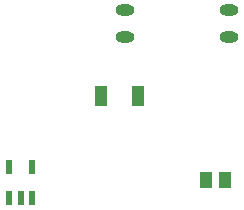
<source format=gbr>
%TF.GenerationSoftware,KiCad,Pcbnew,7.0.2*%
%TF.CreationDate,2023-05-21T22:41:38+02:00*%
%TF.ProjectId,AMS & IMD Reset,414d5320-2620-4494-9d44-205265736574,rev?*%
%TF.SameCoordinates,Original*%
%TF.FileFunction,Paste,Top*%
%TF.FilePolarity,Positive*%
%FSLAX46Y46*%
G04 Gerber Fmt 4.6, Leading zero omitted, Abs format (unit mm)*
G04 Created by KiCad (PCBNEW 7.0.2) date 2023-05-21 22:41:38*
%MOMM*%
%LPD*%
G01*
G04 APERTURE LIST*
%ADD10R,1.070000X1.470000*%
%ADD11R,0.600000X1.150000*%
%ADD12O,1.600000X0.950000*%
%ADD13R,1.050000X1.800000*%
G04 APERTURE END LIST*
D10*
%TO.C,C1*%
X184716000Y-96774000D03*
X183076000Y-96774000D03*
%TD*%
D11*
%TO.C,G1*%
X166436000Y-98328000D03*
X167386000Y-98328000D03*
X168336000Y-98328000D03*
X168336000Y-95728000D03*
X166436000Y-95728000D03*
%TD*%
D12*
%TO.C,K1*%
X184994000Y-84709000D03*
X184994000Y-82423000D03*
X176194000Y-82423000D03*
X176194000Y-84709000D03*
%TD*%
D13*
%TO.C,R1*%
X174218000Y-89662000D03*
X177318000Y-89662000D03*
%TD*%
M02*

</source>
